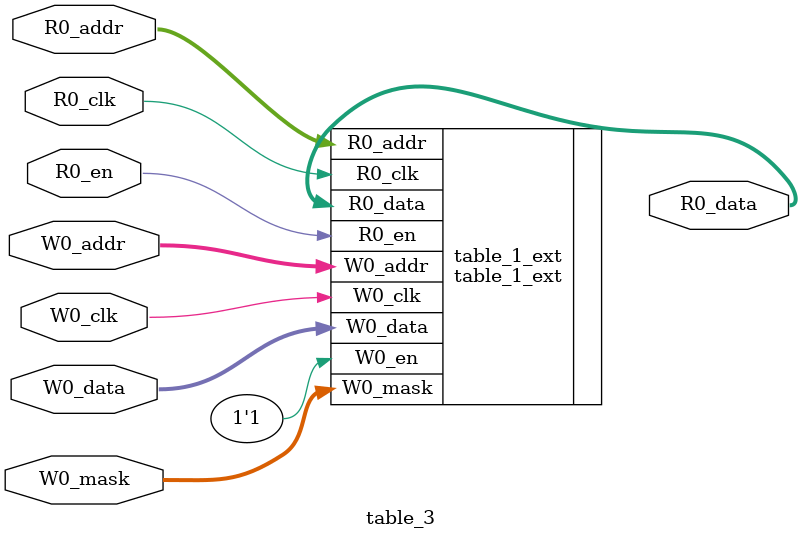
<source format=sv>
`ifndef RANDOMIZE
  `ifdef RANDOMIZE_MEM_INIT
    `define RANDOMIZE
  `endif // RANDOMIZE_MEM_INIT
`endif // not def RANDOMIZE
`ifndef RANDOMIZE
  `ifdef RANDOMIZE_REG_INIT
    `define RANDOMIZE
  `endif // RANDOMIZE_REG_INIT
`endif // not def RANDOMIZE

`ifndef RANDOM
  `define RANDOM $random
`endif // not def RANDOM

// Users can define INIT_RANDOM as general code that gets injected into the
// initializer block for modules with registers.
`ifndef INIT_RANDOM
  `define INIT_RANDOM
`endif // not def INIT_RANDOM

// If using random initialization, you can also define RANDOMIZE_DELAY to
// customize the delay used, otherwise 0.002 is used.
`ifndef RANDOMIZE_DELAY
  `define RANDOMIZE_DELAY 0.002
`endif // not def RANDOMIZE_DELAY

// Define INIT_RANDOM_PROLOG_ for use in our modules below.
`ifndef INIT_RANDOM_PROLOG_
  `ifdef RANDOMIZE
    `ifdef VERILATOR
      `define INIT_RANDOM_PROLOG_ `INIT_RANDOM
    `else  // VERILATOR
      `define INIT_RANDOM_PROLOG_ `INIT_RANDOM #`RANDOMIZE_DELAY begin end
    `endif // VERILATOR
  `else  // RANDOMIZE
    `define INIT_RANDOM_PROLOG_
  `endif // RANDOMIZE
`endif // not def INIT_RANDOM_PROLOG_

// Include register initializers in init blocks unless synthesis is set
`ifndef SYNTHESIS
  `ifndef ENABLE_INITIAL_REG_
    `define ENABLE_INITIAL_REG_
  `endif // not def ENABLE_INITIAL_REG_
`endif // not def SYNTHESIS

// Include rmemory initializers in init blocks unless synthesis is set
`ifndef SYNTHESIS
  `ifndef ENABLE_INITIAL_MEM_
    `define ENABLE_INITIAL_MEM_
  `endif // not def ENABLE_INITIAL_MEM_
`endif // not def SYNTHESIS

// Standard header to adapt well known macros for prints and assertions.

// Users can define 'PRINTF_COND' to add an extra gate to prints.
`ifndef PRINTF_COND_
  `ifdef PRINTF_COND
    `define PRINTF_COND_ (`PRINTF_COND)
  `else  // PRINTF_COND
    `define PRINTF_COND_ 1
  `endif // PRINTF_COND
`endif // not def PRINTF_COND_

// Users can define 'ASSERT_VERBOSE_COND' to add an extra gate to assert error printing.
`ifndef ASSERT_VERBOSE_COND_
  `ifdef ASSERT_VERBOSE_COND
    `define ASSERT_VERBOSE_COND_ (`ASSERT_VERBOSE_COND)
  `else  // ASSERT_VERBOSE_COND
    `define ASSERT_VERBOSE_COND_ 1
  `endif // ASSERT_VERBOSE_COND
`endif // not def ASSERT_VERBOSE_COND_

// Users can define 'STOP_COND' to add an extra gate to stop conditions.
`ifndef STOP_COND_
  `ifdef STOP_COND
    `define STOP_COND_ (`STOP_COND)
  `else  // STOP_COND
    `define STOP_COND_ 1
  `endif // STOP_COND
`endif // not def STOP_COND_

module table_3(	// @[generators/boom/src/main/scala/ifu/bpd/tage.scala:91:27]
  input  [6:0]  R0_addr,
  input         R0_en,
                R0_clk,
  output [51:0] R0_data,
  input  [6:0]  W0_addr,
  input         W0_clk,
  input  [51:0] W0_data,
  input  [3:0]  W0_mask
);

  table_1_ext table_1_ext (	// @[generators/boom/src/main/scala/ifu/bpd/tage.scala:91:27]
    .R0_addr (R0_addr),
    .R0_en   (R0_en),
    .R0_clk  (R0_clk),
    .R0_data (R0_data),
    .W0_addr (W0_addr),
    .W0_en   (1'h1),	// @[generators/boom/src/main/scala/ifu/bpd/tage.scala:91:27]
    .W0_clk  (W0_clk),
    .W0_data (W0_data),
    .W0_mask (W0_mask)
  );
endmodule


</source>
